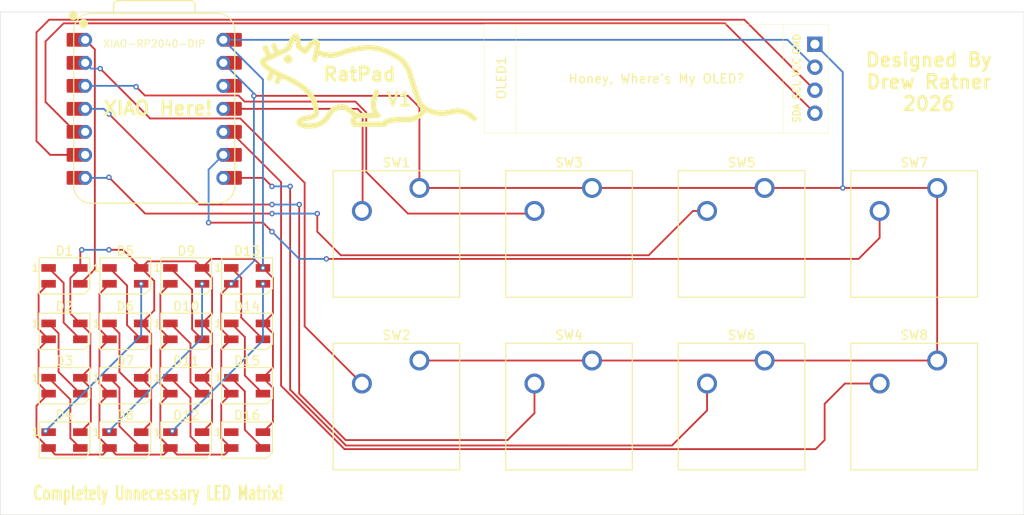
<source format=kicad_pcb>
(kicad_pcb (version 20241229) (generator "pcbnew") (generator_version "9.0")
  (layers (0 "F.Cu" signal) (2 "B.Cu" signal) (13 "F.Paste" user) (15 "B.Paste" user) (5 "F.SilkS" user "F.Silkscreen") (7 "B.SilkS" user "B.Silkscreen") (1 "F.Mask" user) (3 "B.Mask" user) (25 "Edge.Cuts" user))
  (net 0 "")
  (net 1 "Net-(D1-DIN)")
  (net 2 "+5V")
  (net 3 "Net-(D1-DOUT)")
  (net 4 "GND")
  (net 5 "Net-(D2-DOUT)")
  (net 6 "Net-(D3-DOUT)")
  (net 7 "Net-(D5-DOUT)")
  (net 8 "Net-(D6-DOUT)")
  (net 9 "Net-(D7-DOUT)")
  (net 10 "Net-(D10-DIN)")
  (net 11 "Net-(D10-DOUT)")
  (net 12 "Net-(D11-DOUT)")
  (net 13 "Net-(D13-DOUT)")
  (net 14 "Net-(D14-DOUT)")
  (net 15 "Net-(D15-DOUT)")
  (net 17 "Net-(U1-GPIO3{slash}MOSI)")
  (net 18 "Net-(U1-GPIO27{slash}ADC1{slash}A1)")
  (net 19 "Net-(U1-GPIO28{slash}ADC2{slash}A2)")
  (net 20 "Net-(U1-GPIO29{slash}ADC3{slash}A3)")
  (net 21 "Net-(U1-GPIO0{slash}TX)")
  (net 22 "Net-(U1-GPIO1{slash}RX)")
  (net 23 "Net-(U1-GPIO2{slash}SCK)")
  (net 24 "Net-(U1-GPIO4{slash}MISO)")
  (net 26 "Net-(OLED1-SCL)")
  (net 27 "Net-(D4-DOUT)")
  (net 28 "Net-(D8-DOUT)")
  (net 29 "Net-(D12-DOUT)")
  (net 30 "Net-(OLED1-GND)")
  (footprint "Seeed Studio XIAO Series Library:XIAO-RP2040-DIP" (layer "F.Cu") (at 109 81.43875)
    (property "Reference" "U1" (hide yes))
    (property "Value" "XIAO-RP2040-DIP")
  )
  (footprint "Button_Switch_Keyboard:SW_Cherry_MX_1.00u_PCB" (layer "F.Cu") (at 195.42125 90.17)
    (property "Reference" "SW7")
    (property "Value" "SW_Push")
  )
  (footprint "LED_SMD:LED_SK6812MINI_PLCC4_3.5x3.5mm_P1.75mm" (layer "F.Cu") (at 119.25 106)
    (property "Reference" "D14")
    (property "Value" "SK6812MINI")
  )
  (footprint "LED_SMD:LED_SK6812MINI_PLCC4_3.5x3.5mm_P1.75mm" (layer "F.Cu") (at 119.25 118)
    (property "Reference" "D16")
    (property "Value" "SK6812MINI")
  )
  (footprint "LED_SMD:LED_SK6812MINI_PLCC4_3.5x3.5mm_P1.75mm" (layer "F.Cu") (at 105.81 112)
    (property "Reference" "D7")
    (property "Value" "SK6812MINI")
  )
  (footprint "LED_SMD:LED_SK6812MINI_PLCC4_3.5x3.5mm_P1.75mm" (layer "F.Cu") (at 105.81 106)
    (property "Reference" "D6")
    (property "Value" "SK6812MINI")
  )
  (footprint "LED_SMD:LED_SK6812MINI_PLCC4_3.5x3.5mm_P1.75mm" (layer "F.Cu") (at 99.09 99.875)
    (property "Reference" "D1")
    (property "Value" "SK6812MINI")
  )
  (footprint "Button_Switch_Keyboard:SW_Cherry_MX_1.00u_PCB" (layer "F.Cu") (at 176.37125 109.22)
    (property "Reference" "SW6")
    (property "Value" "SW_Push")
  )
  (footprint "LED_SMD:LED_SK6812MINI_PLCC4_3.5x3.5mm_P1.75mm" (layer "F.Cu") (at 112.53 112)
    (property "Reference" "D11")
    (property "Value" "SK6812MINI")
  )
  (footprint "Button_Switch_Keyboard:SW_Cherry_MX_1.00u_PCB" (layer "F.Cu") (at 176.37125 90.17)
    (property "Reference" "SW5")
    (property "Value" "SW_Push")
  )
  (footprint "LED_SMD:LED_SK6812MINI_PLCC4_3.5x3.5mm_P1.75mm" (layer "F.Cu") (at 105.81 118)
    (property "Reference" "D8")
    (property "Value" "SK6812MINI")
  )
  (footprint "LED_SMD:LED_SK6812MINI_PLCC4_3.5x3.5mm_P1.75mm" (layer "F.Cu") (at 99.09 118)
    (property "Reference" "D4")
    (property "Value" "SK6812MINI")
  )
  (footprint "Button_Switch_Keyboard:SW_Cherry_MX_1.00u_PCB" (layer "F.Cu") (at 157.32125 109.22)
    (property "Reference" "SW4")
    (property "Value" "SW_Push")
  )
  (footprint "Other:SSD1306-0.91-OLED-4pin-128x32" (layer "F.Cu") (at 145.42125 72.115)
    (property "Reference" "OLED1")
    (property "Value" "~")
  )
  (footprint "LED_SMD:LED_SK6812MINI_PLCC4_3.5x3.5mm_P1.75mm" (layer "F.Cu") (at 99.09 112)
    (property "Reference" "D3")
    (property "Value" "SK6812MINI")
  )
  (footprint "Button_Switch_Keyboard:SW_Cherry_MX_1.00u_PCB" (layer "F.Cu") (at 138.27125 109.22)
    (property "Reference" "SW2")
    (property "Value" "SW_Push")
  )
  (footprint "Button_Switch_Keyboard:SW_Cherry_MX_1.00u_PCB" (layer "F.Cu") (at 157.32125 90.17)
    (property "Reference" "SW3")
    (property "Value" "SW_Push")
  )
  (footprint "LED_SMD:LED_SK6812MINI_PLCC4_3.5x3.5mm_P1.75mm" (layer "F.Cu") (at 112.53 99.875)
    (property "Reference" "D9")
    (property "Value" "SK6812MINI")
  )
  (footprint "Button_Switch_Keyboard:SW_Cherry_MX_1.00u_PCB" (layer "F.Cu") (at 195.42125 109.22)
    (property "Reference" "SW8")
    (property "Value" "SW_Push")
  )
  (footprint "Button_Switch_Keyboard:SW_Cherry_MX_1.00u_PCB" (layer "F.Cu") (at 138.27125 90.17)
    (property "Reference" "SW1")
    (property "Value" "SW_Push")
  )
  (footprint "LED_SMD:LED_SK6812MINI_PLCC4_3.5x3.5mm_P1.75mm" (layer "F.Cu") (at 112.53 118)
    (property "Reference" "D12")
    (property "Value" "SK6812MINI")
  )
  (footprint "LED_SMD:LED_SK6812MINI_PLCC4_3.5x3.5mm_P1.75mm" (layer "F.Cu") (at 112.53 106)
    (property "Reference" "D10")
    (property "Value" "SK6812MINI")
  )
  (footprint "LED_SMD:LED_SK6812MINI_PLCC4_3.5x3.5mm_P1.75mm" (layer "F.Cu") (at 99.09 106)
    (property "Reference" "D2")
    (property "Value" "SK6812MINI")
  )
  (footprint "LED_SMD:LED_SK6812MINI_PLCC4_3.5x3.5mm_P1.75mm" (layer "F.Cu") (at 119.25 112)
    (property "Reference" "D15")
    (property "Value" "SK6812MINI")
  )
  (footprint "LED_SMD:LED_SK6812MINI_PLCC4_3.5x3.5mm_P1.75mm" (layer "F.Cu") (at 105.81 99.875)
    (property "Reference" "D5")
    (property "Value" "SK6812MINI")
  )
  (footprint "LED_SMD:LED_SK6812MINI_PLCC4_3.5x3.5mm_P1.75mm" (layer "F.Cu") (at 119.25 99.875)
    (property "Reference" "D13")
    (property "Value" "SK6812MINI")
  )
  (gr_poly (pts (xy 123.792157 75.778063) (xy 123.801296 75.778758) (xy 123.810302 75.779902) (xy 123.819164 75.781485) (xy 123.82787 75.783494) (xy 123.83641 75.785919) (xy 123.844771 75.788749) (xy 123.852944 75.791971) (xy 123.860915 75.795575) (xy 123.868675 75.799549) (xy 123.876211 75.803882) (xy 123.883512 75.808563) (xy 123.890568 75.813581) (xy 123.897366 75.818923) (xy 123.903895 75.824579) (xy 123.910145 75.830538) (xy 123.916104 75.836788) (xy 123.92176 75.843318) (xy 123.927102 75.850116) (xy 123.93212 75.857172) (xy 123.936801 75.864473) (xy 123.941134 75.872009) (xy 123.945108 75.879769) (xy 123.948712 75.88774) (xy 123.951934 75.895912) (xy 123.954763 75.904274) (xy 123.957188 75.912814) (xy 123.959197 75.92152) (xy 123.96078 75.930382) (xy 123.961924 75.939388) (xy 123.962619 75.948527) (xy 123.962854 75.957788) (xy 123.962619 75.967048) (xy 123.961924 75.976187) (xy 123.96078 75.985193) (xy 123.959197 75.994055) (xy 123.957188 76.002762) (xy 123.954763 76.011301) (xy 123.951934 76.019663) (xy 123.948712 76.027835) (xy 123.945108 76.035806) (xy 123.941134 76.043566) (xy 123.936801 76.051102) (xy 123.93212 76.058404) (xy 123.927102 76.065459) (xy 123.92176 76.072257) (xy 123.916104 76.078787) (xy 123.910145 76.085037) (xy 123.903895 76.090996) (xy 123.897366 76.096652) (xy 123.890568 76.101995) (xy 123.883512 76.107012) (xy 123.876211 76.111693) (xy 123.868675 76.116026) (xy 123.860915 76.12) (xy 123.852944 76.123604) (xy 123.844771 76.126827) (xy 123.83641 76.129656) (xy 123.82787 76.132081) (xy 123.819164 76.134091) (xy 123.810302 76.135673) (xy 123.801296 76.136818) (xy 123.792157 76.137513) (xy 123.782896 76.137747) (xy 123.773635 76.137513) (xy 123.764496 76.136818) (xy 123.75549 76.135673) (xy 123.746628 76.134091) (xy 123.737922 76.132081) (xy 123.729382 76.129656) (xy 123.72102 76.126827) (xy 123.712848 76.123604) (xy 123.704877 76.12) (xy 123.697117 76.116026) (xy 123.689581 76.111693) (xy 123.68228 76.107012) (xy 123.675224 76.101995) (xy 123.668426 76.096652) (xy 123.661896 76.090996) (xy 123.655647 76.085037) (xy 123.649688 76.078787) (xy 123.644032 76.072257) (xy 123.638689 76.065459) (xy 123.633672 76.058404) (xy 123.628991 76.051102) (xy 123.624658 76.043566) (xy 123.620684 76.035806) (xy 123.61708 76.027835) (xy 123.613858 76.019663) (xy 123.611029 76.011301) (xy 123.608604 76.002762) (xy 123.606594 75.994055) (xy 123.605012 75.985193) (xy 123.603867 75.976187) (xy 123.603173 75.967048) (xy 123.602938 75.957788) (xy 123.603173 75.948527) (xy 123.603867 75.939388) (xy 123.605012 75.930382) (xy 123.606594 75.92152) (xy 123.608604 75.912814) (xy 123.611029 75.904274) (xy 123.613858 75.895912) (xy 123.61708 75.88774) (xy 123.620684 75.879769) (xy 123.624658 75.872009) (xy 123.628991 75.864473) (xy 123.633672 75.857172) (xy 123.638689 75.850116) (xy 123.644032 75.843318) (xy 123.649688 75.836788) (xy 123.655647 75.830538) (xy 123.661896 75.824579) (xy 123.668426 75.818923) (xy 123.675224 75.813581) (xy 123.68228 75.808563) (xy 123.689581 75.803882) (xy 123.697117 75.799549) (xy 123.704877 75.795575) (xy 123.712848 75.791971) (xy 123.72102 75.788749) (xy 123.729382 75.785919) (xy 123.737922 75.783494) (xy 123.746628 75.781485) (xy 123.75549 75.779902) (xy 123.764496 75.778758) (xy 123.773635 75.778063) (xy 123.782896 75.777829)) (stroke (width 0.592999)) (fill yes) (layer "F.SilkS"))
  (gr_curve (pts (xy 131.169369 74.849505) (xy 132.431805 74.624954) (xy 133.618659 74.558255) (xy 135.020465 75.263406)) (stroke (width 0.592999)) (layer "F.SilkS"))
  (gr_curve (pts (xy 135.020465 75.263406) (xy 136.505117 76.010232) (xy 136.514004 76.229159) (xy 137 77)) (stroke (width 0.592999)) (layer "F.SilkS"))
  (gr_curve (pts (xy 137.128527 82.613205) (xy 137.243334 82.641482) (xy 134.475241 82.469531) (xy 134.418695 83.130838)) (stroke (width 0.592999)) (layer "F.SilkS"))
  (gr_curve (pts (xy 133.701313 82.156689) (xy 133.701313 82.156689) (xy 132.654019 81.453949) (xy 133.55381 79.609384)) (stroke (width 0.592999)) (layer "F.SilkS"))
  (gr_curve (pts (xy 125.059802 82.758648) (xy 125.498593 82.281384) (xy 127.00035 82.592642) (xy 126.886373 81.795874)) (stroke (width 0.592999)) (layer "F.SilkS"))
  (gr_curve (pts (xy 123.800097 78.106738) (xy 123.800097 78.106738) (xy 119.993991 76.514111) (xy 121.208706 76.001232)) (stroke (width 0.592999)) (layer "F.SilkS"))
  (gr_curve (pts (xy 123.827091 74.786517) (xy 123.834136 74.767736) (xy 124.760362 71.805067) (xy 124.942829 74.588565)) (stroke (width 0.592999)) (layer "F.SilkS"))
  (gr_line (start 121.730583 75.767288) (end 121.262693 74.687542) (stroke (width 0.592999)) (layer "F.SilkS"))
  (gr_curve (pts (xy 138.909097 81.422329) (xy 138.909097 81.422329) (xy 138.27279 82.581573) (xy 137.128527 82.613205)) (stroke (width 0.592999)) (layer "F.SilkS"))
  (gr_curve (pts (xy 139.483416 81.696896) (xy 140.284228 82.002822) (xy 141.004058 81.948837) (xy 141.498944 81.840863)) (stroke (width 0.592999)) (layer "F.SilkS"))
  (gr_curve (pts (xy 121.208706 76.001232) (xy 122.423421 75.488351) (xy 123.822593 74.791015) (xy 123.822593 74.791015)) (stroke (width 0.592999)) (layer "F.SilkS"))
  (gr_line (start 122.046695 77.265304) (end 121.712588 78.079745) (stroke (width 0.592999)) (layer "F.SilkS"))
  (gr_curve (pts (xy 127.691101 82.839892) (xy 126.753341 83.657415) (xy 124.530123 83.334771) (xy 125.059802 82.758648)) (stroke (width 0.592999)) (layer "F.SilkS"))
  (gr_curve (pts (xy 131.286341 82.200778) (xy 131.286341 82.200778) (xy 130.210847 81.181561) (xy 129.731405 81.229724)) (stroke (width 0.592999)) (layer "F.SilkS"))
  (gr_line (start 122.585383 75.37138) (end 122.207472 74.462591) (stroke (width 0.592999)) (layer "F.SilkS"))
  (gr_line (start 131.2857 82.193319) (end 133.701313 82.156689) (stroke (width 0.592999)) (layer "F.SilkS"))
  (gr_line (start 122.857409 77.749102) (end 122.576385 78.439663) (stroke (width 0.592999)) (layer "F.SilkS"))
  (gr_curve (pts (xy 125.644665 75.128436) (xy 125.644665 75.128436) (xy 127.75017 72.060156) (xy 126.724412 75.974237)) (stroke (width 0.592999)) (layer "F.SilkS"))
  (gr_curve (pts (xy 137 77) (xy 137.197274 77.312899) (xy 137.611856 79.087509) (xy 138.340686 80.905081)) (stroke (width 0.592999)) (layer "F.SilkS"))
  (gr_curve (pts (xy 128.18207 75.50635) (xy 129.090856 75.641317) (xy 129.818811 75.08973) (xy 131.169369 74.849505)) (stroke (width 0.592999)) (layer "F.SilkS"))
  (gr_curve (pts (xy 143.082574 81.741888) (xy 143.685433 81.921847) (xy 143.919375 82.191781) (xy 144.342276 82.506707)) (stroke (width 0.592999)) (layer "F.SilkS"))
  (gr_curve (pts (xy 131.106382 83.136557) (xy 131.106382 83.136557) (xy 130.727832 82.778186) (xy 131.2857 82.193319)) (stroke (width 0.592999)) (layer "F.SilkS"))
  (gr_curve (pts (xy 126.28376 79.967871) (xy 125.857867 79.411322) (xy 125.586256 79.007705) (xy 123.800097 78.106738)) (stroke (width 0.592999)) (layer "F.SilkS"))
  (gr_curve (pts (xy 126.886373 81.795874) (xy 126.782818 81.071951) (xy 126.708703 80.523178) (xy 126.28376 79.967871)) (stroke (width 0.592999)) (layer "F.SilkS"))
  (gr_curve (pts (xy 141.498944 81.840863) (xy 141.993829 81.732885) (xy 142.479714 81.561929) (xy 143.082574 81.741888)) (stroke (width 0.592999)) (layer "F.SilkS"))
  (gr_curve (pts (xy 138.340686 80.905081) (xy 138.340686 80.905081) (xy 138.682604 81.390969) (xy 139.483416 81.696896)) (stroke (width 0.592999)) (layer "F.SilkS"))
  (gr_curve (pts (xy 129.731405 81.229724) (xy 128.285447 81.374978) (xy 128.611373 82.037612) (xy 127.691101 82.839892)) (stroke (width 0.592999)) (layer "F.SilkS"))
  (gr_curve (pts (xy 126.922366 75.173428) (xy 126.922366 75.173428) (xy 127.273283 75.371383) (xy 128.18207 75.50635)) (stroke (width 0.592999)) (layer "F.SilkS"))
  (gr_curve (pts (xy 134.418695 83.130838) (xy 133.31459 83.132745) (xy 132.210487 83.134649) (xy 131.106382 83.136557)) (stroke (width 0.592999)) (layer "F.SilkS"))
  (gr_line (start 124.967752 74.609808) (end 125.643937 75.096243) (stroke (width 0.592999)) (layer "F.SilkS"))
  (gr_rect (start 92 70.75) (end 205 126.25) (stroke (width 0.05)) (fill no) (layer "Edge.Cuts"))
  (gr_text "V1" (at 134.5 81.25 0) (layer "F.SilkS") (effects (font (size 1.5 1.5) (thickness 0.3) (bold yes)) (justify left bottom)))
  (gr_text "XIAO Here!" (at 103.25 82.25 0) (layer "F.SilkS") (effects (font (size 1.5 1.5) (thickness 0.3) (bold yes)) (justify left bottom)))
  (gr_text "Completely Unnecessary LED Matrix!" (at 95.5 124.75 0) (layer "F.SilkS") (effects (font (size 1.5 1) (thickness 0.25) (bold yes)) (justify left bottom)))
  (gr_text "Designed By\nDrew Ratner\n2026" (at 194.5 81.75 0) (layer "F.SilkS") (effects (font (size 1.5 1.5) (thickness 0.3) (bold yes)) (justify bottom)))
  (gr_text "RatPad" (at 127.5 78.5 0) (layer "F.SilkS") (effects (font (size 1.5 1.5) (thickness 0.3) (bold yes)) (justify left bottom)))
  (segment (start 102.443 99.147) (end 100.84 100.75) (width 0.2) (layer "F.Cu") (net 1))
  (segment (start 102.443 74.88175) (end 102.443 99.147) (width 0.2) (layer "F.Cu") (net 1))
  (segment (start 101.38 73.81875) (end 102.443 74.88175) (width 0.2) (layer "F.Cu") (net 1))
  (segment (start 115.381 106.226) (end 115.381 110.024) (width 0.2) (layer "F.Cu") (net 2))
  (segment (start 102 115.965) (end 100.84 117.125) (width 0.2) (layer "F.Cu") (net 2))
  (segment (start 114.28 99) (end 115.28 98) (width 0.2) (layer "F.Cu") (net 2))
  (segment (start 107.56 111.125) (end 108.661 110.024) (width 0.2) (layer "F.Cu") (net 2))
  (segment (start 121 105.125) (end 122.101 106.226) (width 0.2) (layer "F.Cu") (net 2))
  (segment (start 102 112.285) (end 102 115.965) (width 0.2) (layer "F.Cu") (net 2))
  (segment (start 107.56 99) (end 108.286 98.274) (width 0.2) (layer "F.Cu") (net 2))
  (segment (start 122.101 106.226) (end 122.101 110.024) (width 0.2) (layer "F.Cu") (net 2))
  (segment (start 114.28 111.125) (end 115.381 112.226) (width 0.2) (layer "F.Cu") (net 2))
  (segment (start 109 103.685) (end 109 100.44) (width 0.2) (layer "F.Cu") (net 2))
  (segment (start 122.101 104.024) (end 121 105.125) (width 0.2) (layer "F.Cu") (net 2))
  (segment (start 100.84 111.125) (end 102 112.285) (width 0.2) (layer "F.Cu") (net 2))
  (segment (start 122.101 100.101) (end 122.101 104.024) (width 0.2) (layer "F.Cu") (net 2))
  (segment (start 121 99) (end 122.101 100.101) (width 0.2) (layer "F.Cu") (net 2))
  (segment (start 108.286 98.274) (end 113.554 98.274) (width 0.2) (layer "F.Cu") (net 2))
  (segment (start 115.381 112.226) (end 115.381 116.024) (width 0.2) (layer "F.Cu") (net 2))
  (segment (start 104 97) (end 105.56 97) (width 0.2) (layer "F.Cu") (net 2))
  (segment (start 114.28 99) (end 115.381 100.101) (width 0.2) (layer "F.Cu") (net 2))
  (segment (start 100.84 105.125) (end 101.941 106.226) (width 0.2) (layer "F.Cu") (net 2))
  (segment (start 108.661 112.226) (end 107.56 111.125) (width 0.2) (layer "F.Cu") (net 2))
  (segment (start 120 98) (end 121 99) (width 0.2) (layer "F.Cu") (net 2))
  (segment (start 108.661 106.226) (end 107.56 105.125) (width 0.2) (layer "F.Cu") (net 2))
  (segment (start 105.56 97) (end 107.56 99) (width 0.2) (layer "F.Cu") (net 2))
  (segment (start 101.941 110.024) (end 100.84 111.125) (width 0.2) (layer "F.Cu") (net 2))
  (segment (start 99.739 104.024) (end 100.84 105.125) (width 0.2) (layer "F.Cu") (net 2))
  (segment (start 100.84 99) (end 99.739 100.101) (width 0.2) (layer "F.Cu") (net 2))
  (segment (start 108.661 116.024) (end 108.661 112.226) (width 0.2) (layer "F.Cu") (net 2))
  (segment (start 115.381 110.024) (end 114.28 111.125) (width 0.2) (layer "F.Cu") (net 2))
  (segment (start 100.84 97.16) (end 101 97) (width 0.2) (layer "F.Cu") (net 2))
  (segment (start 107.56 105.125) (end 109 103.685) (width 0.2) (layer "F.Cu") (net 2))
  (segment (start 122.101 112.226) (end 122.101 116.024) (width 0.2) (layer "F.Cu") (net 2))
  (segment (start 115.381 100.101) (end 115.381 104.024) (width 0.2) (layer "F.Cu") (net 2))
  (segment (start 114.28 105.125) (end 115.381 106.226) (width 0.2) (layer "F.Cu") (net 2))
  (segment (start 115.28 98) (end 120 98) (width 0.2) (layer "F.Cu") (net 2))
  (segment (start 109 100.44) (end 107.56 99) (width 0.2) (layer "F.Cu") (net 2))
  (segment (start 100.84 99) (end 100.84 97.16) (width 0.2) (layer "F.Cu") (net 2))
  (segment (start 122.101 116.024) (end 121 117.125) (width 0.2) (layer "F.Cu") (net 2))
  (segment (start 101.941 106.226) (end 101.941 110.024) (width 0.2) (layer "F.Cu") (net 2))
  (segment (start 107.56 117.125) (end 108.661 116.024) (width 0.2) (layer "F.Cu") (net 2))
  (segment (start 122.101 110.024) (end 121 111.125) (width 0.2) (layer "F.Cu") (net 2))
  (segment (start 108.661 110.024) (end 108.661 106.226) (width 0.2) (layer "F.Cu") (net 2))
  (segment (start 99.739 100.101) (end 99.739 104.024) (width 0.2) (layer "F.Cu") (net 2))
  (segment (start 115.381 116.024) (end 114.28 117.125) (width 0.2) (layer "F.Cu") (net 2))
  (segment (start 113.554 98.274) (end 114.28 99) (width 0.2) (layer "F.Cu") (net 2))
  (segment (start 115.381 104.024) (end 114.28 105.125) (width 0.2) (layer "F.Cu") (net 2))
  (segment (start 117.69763 73.81875) (end 116.62 73.81875) (width 0.2) (layer "F.Cu") (net 2))
  (segment (start 121 111.125) (end 122.101 112.226) (width 0.2) (layer "F.Cu") (net 2))
  (via (at 121 99) (size 0.6) (drill 0.3) (layers "F.Cu" "B.Cu") (net 2))
  (via (at 104 97) (size 0.6) (drill 0.3) (layers "F.Cu" "B.Cu") (net 2))
  (via (at 101 97) (size 0.6) (drill 0.3) (layers "F.Cu" "B.Cu") (net 2))
  (segment (start 178.895 73.81875) (end 116.62 73.81875) (width 0.2) (layer "B.Cu") (net 2))
  (segment (start 116.62 73.81875) (end 121 78.19875) (width 0.2) (layer "B.Cu") (net 2))
  (segment (start 121 78.19875) (end 121 99) (width 0.2) (layer "B.Cu") (net 2))
  (segment (start 181.92125 76.845) (end 178.895 73.81875) (width 0.2) (layer "B.Cu") (net 2))
  (segment (start 101 97) (end 104 97) (width 0.2) (layer "B.Cu") (net 2))
  (segment (start 99 105.035) (end 100.84 106.875) (width 0.2) (layer "F.Cu") (net 3))
  (segment (start 99 100.66) (end 99 105.035) (width 0.2) (layer "F.Cu") (net 3))
  (segment (start 97.34 99) (end 99 100.66) (width 0.2) (layer "F.Cu") (net 3))
  (segment (start 97.34 106.875) (end 96.239 107.976) (width 0.2) (layer "F.Cu") (net 4))
  (segment (start 111.506 119.601) (end 116.774 119.601) (width 0.2) (layer "F.Cu") (net 4))
  (segment (start 110.054 119.601) (end 110.78 118.875) (width 0.2) (layer "F.Cu") (net 4))
  (segment (start 116.399 111.774) (end 116.399 107.976) (width 0.2) (layer "F.Cu") (net 4))
  (segment (start 109.679 113.976) (end 110.78 112.875) (width 0.2) (layer "F.Cu") (net 4))
  (segment (start 96.239 111.774) (end 97.34 112.875) (width 0.2) (layer "F.Cu") (net 4))
  (segment (start 110.78 112.875) (end 109.679 111.774) (width 0.2) (layer "F.Cu") (net 4))
  (segment (start 110.78 106.875) (end 109.679 105.774) (width 0.2) (layer "F.Cu") (net 4))
  (segment (start 102.959 111.774) (end 102.959 107.976) (width 0.2) (layer "F.Cu") (net 4))
  (segment (start 102.959 107.976) (end 104.06 106.875) (width 0.2) (layer "F.Cu") (net 4))
  (segment (start 116.774 119.601) (end 117.5 118.875) (width 0.2) (layer "F.Cu") (net 4))
  (segment (start 117.5 106.875) (end 116.399 105.774) (width 0.2) (layer "F.Cu") (net 4))
  (segment (start 104.06 118.875) (end 104.786 119.601) (width 0.2) (layer "F.Cu") (net 4))
  (segment (start 102.959 101.851) (end 104.06 100.75) (width 0.2) (layer "F.Cu") (net 4))
  (segment (start 110.78 118.875) (end 109.679 117.774) (width 0.2) (layer "F.Cu") (net 4))
  (segment (start 96.239 101.851) (end 96.239 105.774) (width 0.2) (layer "F.Cu") (net 4))
  (segment (start 195.42125 109.22) (end 195.42125 90.17) (width 0.2) (layer "F.Cu") (net 4))
  (segment (start 102.959 113.976) (end 104.06 112.875) (width 0.2) (layer "F.Cu") (net 4))
  (segment (start 120 80) (end 137 80) (width 0.2) (layer "F.Cu") (net 4))
  (segment (start 176.37125 109.22) (end 195.42125 109.22) (width 0.2) (layer "F.Cu") (net 4))
  (segment (start 176.37125 90.17) (end 157.32125 90.17) (width 0.2) (layer "F.Cu") (net 4))
  (segment (start 138.27125 109.22) (end 157.32125 109.22) (width 0.2) (layer "F.Cu") (net 4))
  (segment (start 138.27125 90.17) (end 138.17 90.17) (width 0.2) (layer "F.Cu") (net 4))
  (segment (start 117.5 112.875) (end 116.399 111.774) (width 0.2) (layer "F.Cu") (net 4))
  (segment (start 104.06 106.875) (end 102.959 105.774) (width 0.2) (layer "F.Cu") (net 4))
  (segment (start 102.959 117.774) (end 102.959 113.976) (width 0.2) (layer "F.Cu") (net 4))
  (segment (start 109.679 101.851) (end 110.78 100.75) (width 0.2) (layer "F.Cu") (net 4))
  (segment (start 157.32125 109.22) (end 176.37125 109.22) (width 0.2) (layer "F.Cu") (net 4))
  (segment (start 98.066 119.601) (end 103.334 119.601) (width 0.2) (layer "F.Cu") (net 4))
  (segment (start 104.786 119.601) (end 110.054 119.601) (width 0.2) (layer "F.Cu") (net 4))
  (segment (start 96 117.535) (end 97.34 118.875) (width 0.2) (layer "F.Cu") (net 4))
  (segment (start 185 90.17) (end 176.37125 90.17) (width 0.2) (layer "F.Cu") (net 4))
  (segment (start 138.17 90.17) (end 138 90) (width 0.2) (layer "F.Cu") (net 4))
  (segment (start 195.42125 90.17) (end 185 90.17) (width 0.2) (layer "F.Cu") (net 4))
  (segment (start 110.78 118.875) (end 111.506 119.601) (width 0.2) (layer "F.Cu") (net 4))
  (segment (start 97.34 118.875) (end 98.066 119.601) (width 0.2) (layer "F.Cu") (net 4))
  (segment (start 137 80) (end 138.27125 81.27125) (width 0.2) (layer "F.Cu") (net 4))
  (segment (start 109.679 117.774) (end 109.679 113.976) (width 0.2) (layer "F.Cu") (net 4))
  (segment (start 138.27125 81.27125) (end 138.27125 90.17) (width 0.2) (layer "F.Cu") (net 4))
  (segment (start 116.399 113.976) (end 117.5 112.875) (width 0.2) (layer "F.Cu") (net 4))
  (segment (start 97.34 112.875) (end 96 114.215) (width 0.2) (layer "F.Cu") (net 4))
  (segment (start 116.399 117.774) (end 116.399 113.976) (width 0.2) (layer "F.Cu") (net 4))
  (segment (start 109.679 107.976) (end 110.78 106.875) (width 0.2) (layer "F.Cu") (net 4))
  (segment (start 116.399 101.851) (end 117.5 100.75) (width 0.2) (layer "F.Cu") (net 4))
  (segment (start 116.399 107.976) (end 117.5 106.875) (width 0.2) (layer "F.Cu") (net 4))
  (segment (start 96 114.215) (end 96 117.535) (width 0.2) (layer "F.Cu") (net 4))
  (segment (start 104.06 118.875) (end 102.959 117.774) (width 0.2) (layer "F.Cu") (net 4))
  (segment (start 109.679 105.774) (end 109.679 101.851) (width 0.2) (layer "F.Cu") (net 4))
  (segment (start 103.334 119.601) (end 104.06 118.875) (width 0.2) (layer "F.Cu") (net 4))
  (segment (start 104.06 112.875) (end 102.959 111.774) (width 0.2) (layer "F.Cu") (net 4))
  (segment (start 109.679 111.774) (end 109.679 107.976) (width 0.2) (layer "F.Cu") (net 4))
  (segment (start 117.5 118.875) (end 116.399 117.774) (width 0.2) (layer "F.Cu") (net 4))
  (segment (start 96.239 107.976) (end 96.239 111.774) (width 0.2) (layer "F.Cu") (net 4))
  (segment (start 97.34 100.75) (end 96.239 101.851) (width 0.2) (layer "F.Cu") (net 4))
  (segment (start 102.959 105.774) (end 102.959 101.851) (width 0.2) (layer "F.Cu") (net 4))
  (segment (start 157.32125 90.17) (end 138.27125 90.17) (width 0.2) (layer "F.Cu") (net 4))
  (segment (start 116.399 105.774) (end 116.399 101.851) (width 0.2) (layer "F.Cu") (net 4))
  (segment (start 96.239 105.774) (end 97.34 106.875) (width 0.2) (layer "F.Cu") (net 4))
  (via (at 117.5 100.75) (size 0.6) (drill 0.3) (layers "F.Cu" "B.Cu") (net 4))
  (via (at 185 90.17) (size 0.6) (drill 0.3) (layers "F.Cu" "B.Cu") (net 4))
  (via (at 120 80) (size 0.6) (drill 0.3) (layers "F.Cu" "B.Cu") (net 4))
  (segment (start 120 98.25) (end 117.5 100.75) (width 0.2) (layer "B.Cu") (net 4))
  (segment (start 120 90) (end 120 98.25) (width 0.2) (layer "B.Cu") (net 4))
  (segment (start 185 77.38375) (end 185 90.17) (width 0.2) (layer "B.Cu") (net 4))
  (segment (start 181.92125 74.305) (end 185 77.38375) (width 0.2) (layer "B.Cu") (net 4))
  (segment (start 116.62 76.35875) (end 120 79.73875) (width 0.2) (layer "B.Cu") (net 4))
  (segment (start 120 79.73875) (end 120 90) (width 0.2) (layer "B.Cu") (net 4))
  (segment (start 98.441 110.476) (end 100.84 112.875) (width 0.2) (layer "F.Cu") (net 5))
  (segment (start 98.441 106.226) (end 98.441 110.476) (width 0.2) (layer "F.Cu") (net 5))
  (segment (start 97.34 105.125) (end 98.441 106.226) (width 0.2) (layer "F.Cu") (net 5))
  (segment (start 99.739 117.774) (end 100.84 118.875) (width 0.2) (layer "F.Cu") (net 6))
  (segment (start 97.34 111.125) (end 99.739 113.524) (width 0.2) (layer "F.Cu") (net 6))
  (segment (start 99.739 113.524) (end 99.739 117.774) (width 0.2) (layer "F.Cu") (net 6))
  (segment (start 104.06 99) (end 106 100.94) (width 0.2) (layer "F.Cu") (net 7))
  (segment (start 106 100.94) (end 106 105.315) (width 0.2) (layer "F.Cu") (net 7))
  (segment (start 106 105.315) (end 107.56 106.875) (width 0.2) (layer "F.Cu") (net 7))
  (segment (start 105.161 110.476) (end 107.56 112.875) (width 0.2) (layer "F.Cu") (net 8))
  (segment (start 105.161 106.226) (end 105.161 110.476) (width 0.2) (layer "F.Cu") (net 8))
  (segment (start 104.06 105.125) (end 105.161 106.226) (width 0.2) (layer "F.Cu") (net 8))
  (segment (start 105.161 112.226) (end 105.161 116.476) (width 0.2) (layer "F.Cu") (net 9))
  (segment (start 105.161 116.476) (end 107.56 118.875) (width 0.2) (layer "F.Cu") (net 9))
  (segment (start 104.06 111.125) (end 105.161 112.226) (width 0.2) (layer "F.Cu") (net 9))
  (segment (start 113.179 101.399) (end 113.179 105.774) (width 0.2) (layer "F.Cu") (net 10))
  (segment (start 110.78 99) (end 113.179 101.399) (width 0.2) (layer "F.Cu") (net 10))
  (segment (start 113.179 105.774) (end 114.28 106.875) (width 0.2) (layer "F.Cu") (net 10))
  (segment (start 113 107.345) (end 113 111.595) (width 0.2) (layer "F.Cu") (net 11))
  (segment (start 113 111.595) (end 114.28 112.875) (width 0.2) (layer "F.Cu") (net 11))
  (segment (start 110.78 105.125) (end 113 107.345) (width 0.2) (layer "F.Cu") (net 11))
  (segment (start 113 117.595) (end 114.28 118.875) (width 0.2) (layer "F.Cu") (net 12))
  (segment (start 113 113.345) (end 113 117.595) (width 0.2) (layer "F.Cu") (net 12))
  (segment (start 110.78 111.125) (end 113 113.345) (width 0.2) (layer "F.Cu") (net 12))
  (segment (start 118.601 100.101) (end 118.601 104.476) (width 0.2) (layer "F.Cu") (net 13))
  (segment (start 118.601 104.476) (end 121 106.875) (width 0.2) (layer "F.Cu") (net 13))
  (segment (start 117.5 99) (end 118.601 100.101) (width 0.2) (layer "F.Cu") (net 13))
  (segment (start 117.5 105.125) (end 119 106.625) (width 0.2) (layer "F.Cu") (net 14))
  (segment (start 119 110.875) (end 121 112.875) (width 0.2) (layer "F.Cu") (net 14))
  (segment (start 119 106.625) (end 119 110.875) (width 0.2) (layer "F.Cu") (net 14))
  (segment (start 117.5 111.125) (end 119 112.625) (width 0.2) (layer "F.Cu") (net 15))
  (segment (start 119 112.625) (end 119 116.875) (width 0.2) (layer "F.Cu") (net 15))
  (segment (start 119 116.875) (end 121 118.875) (width 0.2) (layer "F.Cu") (net 15))
  (segment (start 132 92.63125) (end 132 82) (width 0.2) (layer "F.Cu") (net 17))
  (segment (start 131.92125 92.71) (end 132 92.63125) (width 0.2) (layer "F.Cu") (net 17))
  (segment (start 132 82) (end 131.43875 81.43875) (width 0.2) (layer "F.Cu") (net 17))
  (segment (start 131.43875 81.43875) (end 116.62 81.43875) (width 0.2) (layer "F.Cu") (net 17))
  (segment (start 125.601 89.601) (end 118.50175 82.50175) (width 0.2) (layer "F.Cu") (net 18))
  (segment (start 118.50175 82.50175) (end 108.54475 82.50175) (width 0.2) (layer "F.Cu") (net 18))
  (segment (start 131.92125 111.76) (end 125.601 105.43975) (width 0.2) (layer "F.Cu") (net 18))
  (segment (start 108.54475 82.50175) (end 103.043 77) (width 0.2) (layer "F.Cu") (net 18))
  (segment (start 125.601 105.43975) (end 125.601 89.601) (width 0.2) (layer "F.Cu") (net 18))
  (via (at 103.043 77) (size 0.6) (drill 0.3) (layers "F.Cu" "B.Cu") (net 18))
  (segment (start 102.02125 77) (end 101.38 76.35875) (width 0.2) (layer "B.Cu") (net 18))
  (segment (start 103.043 77) (end 102.02125 77) (width 0.2) (layer "B.Cu") (net 18))
  (segment (start 118.972 80.637124) (end 118.296626 79.96175) (width 0.2) (layer "F.Cu") (net 19))
  (segment (start 137 93) (end 132.401 88.401) (width 0.2) (layer "F.Cu") (net 19))
  (segment (start 118.296626 79.96175) (end 107.96175 79.96175) (width 0.2) (layer "F.Cu") (net 19))
  (segment (start 132.401 88.401) (end 132.401 81.8339) (width 0.2) (layer "F.Cu") (net 19))
  (segment (start 132.401 81.8339) (end 131.204224 80.637124) (width 0.2) (layer "F.Cu") (net 19))
  (segment (start 131.204224 80.637124) (end 118.972 80.637124) (width 0.2) (layer "F.Cu") (net 19))
  (segment (start 107.96175 79.96175) (end 107 79) (width 0.2) (layer "F.Cu") (net 19))
  (segment (start 150.97125 92.97125) (end 150.899 92.899) (width 0.2) (layer "F.Cu") (net 19))
  (segment (start 150.97125 92.71) (end 150.97125 92.97125) (width 0.2) (layer "F.Cu") (net 19))
  (segment (start 151 93) (end 137 93) (width 0.2) (layer "F.Cu") (net 19))
  (segment (start 150.97125 92.97125) (end 151 93) (width 0.2) (layer "F.Cu") (net 19))
  (via (at 107 79) (size 0.6) (drill 0.3) (layers "F.Cu" "B.Cu") (net 19))
  (segment (start 107 79) (end 106.89875 78.89875) (width 0.2) (layer "B.Cu") (net 19))
  (segment (start 106.89875 78.89875) (end 101.38 78.89875) (width 0.2) (layer "B.Cu") (net 19))
  (segment (start 150.97125 115.02875) (end 148 118) (width 0.2) (layer "F.Cu") (net 20))
  (segment (start 130.1342 118) (end 130.0671 117.9329) (width 0.2) (layer "F.Cu") (net 20))
  (segment (start 114 92) (end 104 82) (width 0.2) (layer "F.Cu") (net 20))
  (segment (start 122 92) (end 114 92) (width 0.2) (layer "F.Cu") (net 20))
  (segment (start 125 112.8658) (end 125 92) (width 0.2) (layer "F.Cu") (net 20))
  (segment (start 130.0671 117.9329) (end 125 112.8658) (width 0.2) (layer "F.Cu") (net 20))
  (segment (start 148 118) (end 130.1342 118) (width 0.2) (layer "F.Cu") (net 20))
  (segment (start 150.97125 111.76) (end 150.97125 115.02875) (width 0.2) (layer "F.Cu") (net 20))
  (via (at 104 82) (size 0.6) (drill 0.3) (layers "F.Cu" "B.Cu") (net 20))
  (via (at 125 92) (size 0.6) (drill 0.3) (layers "F.Cu" "B.Cu") (net 20))
  (via (at 122 92) (size 0.6) (drill 0.3) (layers "F.Cu" "B.Cu") (net 20))
  (segment (start 104 82) (end 103.43875 81.43875) (width 0.2) (layer "B.Cu") (net 20))
  (segment (start 125 92) (end 122 92) (width 0.2) (layer "B.Cu") (net 20))
  (segment (start 103.43875 81.43875) (end 101.38 81.43875) (width 0.2) (layer "B.Cu") (net 20))
  (segment (start 129.601 97.601) (end 127 95) (width 0.2) (layer "F.Cu") (net 21))
  (segment (start 163.574616 97.601) (end 129.601 97.601) (width 0.2) (layer "F.Cu") (net 21))
  (segment (start 108 93) (end 104 89) (width 0.2) (layer "F.Cu") (net 21))
  (segment (start 122 93) (end 108 93) (width 0.2) (layer "F.Cu") (net 21))
  (segment (start 127 95) (end 127 93) (width 0.2) (layer "F.Cu") (net 21))
  (segment (start 170.02125 92.71) (end 168.465616 92.71) (width 0.2) (layer "F.Cu") (net 21))
  (segment (start 168.465616 92.71) (end 163.574616 97.601) (width 0.2) (layer "F.Cu") (net 21))
  (via (at 127 93) (size 0.6) (drill 0.3) (layers "F.Cu" "B.Cu") (net 21))
  (via (at 122 93) (size 0.6) (drill 0.3) (layers "F.Cu" "B.Cu") (net 21))
  (via (at 104 89) (size 0.6) (drill 0.3) (layers "F.Cu" "B.Cu") (net 21))
  (segment (start 127 93) (end 122 93) (width 0.2) (layer "B.Cu") (net 21))
  (segment (start 103.94125 89.05875) (end 101.38 89.05875) (width 0.2) (layer "B.Cu") (net 21))
  (segment (start 104 89) (end 103.94125 89.05875) (width 0.2) (layer "B.Cu") (net 21))
  (segment (start 166.15072 118.599) (end 154 118.599) (width 0.2) (layer "F.Cu") (net 22))
  (segment (start 130.1661 118.599) (end 124.28355 112.71645) (width 0.2) (layer "F.Cu") (net 22))
  (segment (start 122 90) (end 121.05875 89.05875) (width 0.2) (layer "F.Cu") (net 22))
  (segment (start 170.02125 114.72847) (end 166.15072 118.599) (width 0.2) (layer "F.Cu") (net 22))
  (segment (start 170.02125 111.76) (end 170.02125 114.72847) (width 0.2) (layer "F.Cu") (net 22))
  (segment (start 124 112.4329) (end 124 90) (width 0.2) (layer "F.Cu") (net 22))
  (segment (start 154 118.599) (end 130.1661 118.599) (width 0.2) (layer "F.Cu") (net 22))
  (segment (start 121.05875 89.05875) (end 116.62 89.05875) (width 0.2) (layer "F.Cu") (net 22))
  (segment (start 124.28355 112.71645) (end 124 112.4329) (width 0.2) (layer "F.Cu") (net 22))
  (via (at 124 90) (size 0.6) (drill 0.3) (layers "F.Cu" "B.Cu") (net 22))
  (via (at 122 90) (size 0.6) (drill 0.3) (layers "F.Cu" "B.Cu") (net 22))
  (segment (start 124 90) (end 122 90) (width 0.2) (layer "B.Cu") (net 22))
  (segment (start 121 94) (end 115 94) (width 0.2) (layer "F.Cu") (net 23))
  (segment (start 189.07125 95.67847) (end 186.74772 98.002) (width 0.2) (layer "F.Cu") (net 23))
  (segment (start 128.002 98.002) (end 128 98) (width 0.2) (layer "F.Cu") (net 23))
  (segment (start 186.74772 98.002) (end 128.002 98.002) (width 0.2) (layer "F.Cu") (net 23))
  (segment (start 122 95) (end 121 94) (width 0.2) (layer "F.Cu") (net 23))
  (segment (start 189.07125 92.71) (end 189.07125 95.67847) (width 0.2) (layer "F.Cu") (net 23))
  (via (at 128 98) (size 0.6) (drill 0.3) (layers "F.Cu" "B.Cu") (net 23))
  (via (at 115 94) (size 0.6) (drill 0.3) (layers "F.Cu" "B.Cu") (net 23))
  (via (at 122 95) (size 0.6) (drill 0.3) (layers "F.Cu" "B.Cu") (net 23))
  (segment (start 115 94) (end 115 88.13875) (width 0.2) (layer "B.Cu") (net 23))
  (segment (start 128 98) (end 125 98) (width 0.2) (layer "B.Cu") (net 23))
  (segment (start 125 98) (end 122 95) (width 0.2) (layer "B.Cu") (net 23))
  (segment (start 115 88.13875) (end 116.62 86.51875) (width 0.2) (layer "B.Cu") (net 23))
  (segment (start 189.07125 111.76) (end 185.24 111.76) (width 0.2) (layer "F.Cu") (net 24))
  (segment (start 123 89.52375) (end 117.455 83.97875) (width 0.2) (layer "F.Cu") (net 24))
  (segment (start 185.24 111.76) (end 183 114) (width 0.2) (layer "F.Cu") (net 24))
  (segment (start 123 112) (end 123 89.52375) (width 0.2) (layer "F.Cu") (net 24))
  (segment (start 182 119) (end 130 119) (width 0.2) (layer "F.Cu") (net 24))
  (segment (start 130 119) (end 123 112) (width 0.2) (layer "F.Cu") (net 24))
  (segment (start 183 114) (end 183 118) (width 0.2) (layer "F.Cu") (net 24))
  (segment (start 183 118) (end 182 119) (width 0.2) (layer "F.Cu") (net 24))
  (segment (start 100.30237 83.97875) (end 101.38 83.97875) (width 0.2) (layer "F.Cu") (net 26))
  (segment (start 181.925 81.925) (end 182 82) (width 0.2) (layer "F.Cu") (net 26))
  (segment (start 97 80.67638) (end 100.30237 83.97875) (width 0.2) (layer "F.Cu") (net 26))
  (segment (start 181.92125 81.925) (end 181.925 81.925) (width 0.2) (layer "F.Cu") (net 26))
  (segment (start 98.998 72.002) (end 97 74) (width 0.2) (layer "F.Cu") (net 26))
  (segment (start 171.99825 72.002) (end 98.998 72.002) (width 0.2) (layer "F.Cu") (net 26))
  (segment (start 181.92125 81.925) (end 171.99825 72.002) (width 0.2) (layer "F.Cu") (net 26))
  (segment (start 97 74) (end 97 80.67638) (width 0.2) (layer "F.Cu") (net 26))
  (segment (start 97.125 117.125) (end 97 117) (width 0.2) (layer "F.Cu") (net 27))
  (segment (start 97.34 117.125) (end 97.125 117.125) (width 0.2) (layer "F.Cu") (net 27))
  (via (at 97 117) (size 0.6) (drill 0.3) (layers "F.Cu" "B.Cu") (net 27))
  (via (at 107.56 100.75) (size 0.6) (drill 0.3) (layers "F.Cu" "B.Cu") (net 27))
  (segment (start 107.56 106.44) (end 107.56 100.75) (width 0.2) (layer "B.Cu") (net 27))
  (segment (start 97 117) (end 107.56 106.44) (width 0.2) (layer "B.Cu") (net 27))
  (segment (start 104.06 117.125) (end 104.06 117.06) (width 0.2) (layer "F.Cu") (net 28))
  (segment (start 104.06 117.06) (end 104 117) (width 0.2) (layer "F.Cu") (net 28))
  (via (at 104 117) (size 0.6) (drill 0.3) (layers "F.Cu" "B.Cu") (net 28))
  (via (at 114.28 100.75) (size 0.6) (drill 0.3) (layers "F.Cu" "B.Cu") (net 28))
  (segment (start 104 117) (end 114.28 106.72) (width 0.2) (layer "B.Cu") (net 28))
  (segment (start 114.28 106.72) (end 114.28 100.75) (width 0.2) (layer "B.Cu") (net 28))
  (segment (start 110.78 117.125) (end 110.875 117.125) (width 0.2) (layer "F.Cu") (net 29))
  (segment (start 110.875 117.125) (end 111 117) (width 0.2) (layer "F.Cu") (net 29))
  (via (at 121 100.75) (size 0.6) (drill 0.3) (layers "F.Cu" "B.Cu") (net 29))
  (via (at 111 117) (size 0.6) (drill 0.3) (layers "F.Cu" "B.Cu") (net 29))
  (segment (start 111 117) (end 121 107) (width 0.2) (layer "B.Cu") (net 29))
  (segment (start 121 107) (end 121 100.75) (width 0.2) (layer "B.Cu") (net 29))
  (segment (start 96 73) (end 96 85) (width 0.2) (layer "F.Cu") (net 30))
  (segment (start 97.51875 86.51875) (end 100.545 86.51875) (width 0.2) (layer "F.Cu") (net 30))
  (segment (start 174.13725 71.601) (end 97.399 71.601) (width 0.2) (layer "F.Cu") (net 30))
  (segment (start 100.545 86.51875) (end 101.38 86.51875) (width 0.2) (layer "F.Cu") (net 30))
  (segment (start 97.399 71.601) (end 96 73) (width 0.2) (layer "F.Cu") (net 30))
  (segment (start 181.92125 79.385) (end 174.13725 71.601) (width 0.2) (layer "F.Cu") (net 30))
  (segment (start 96 85) (end 97.51875 86.51875) (width 0.2) (layer "F.Cu") (net 30))
)
</source>
